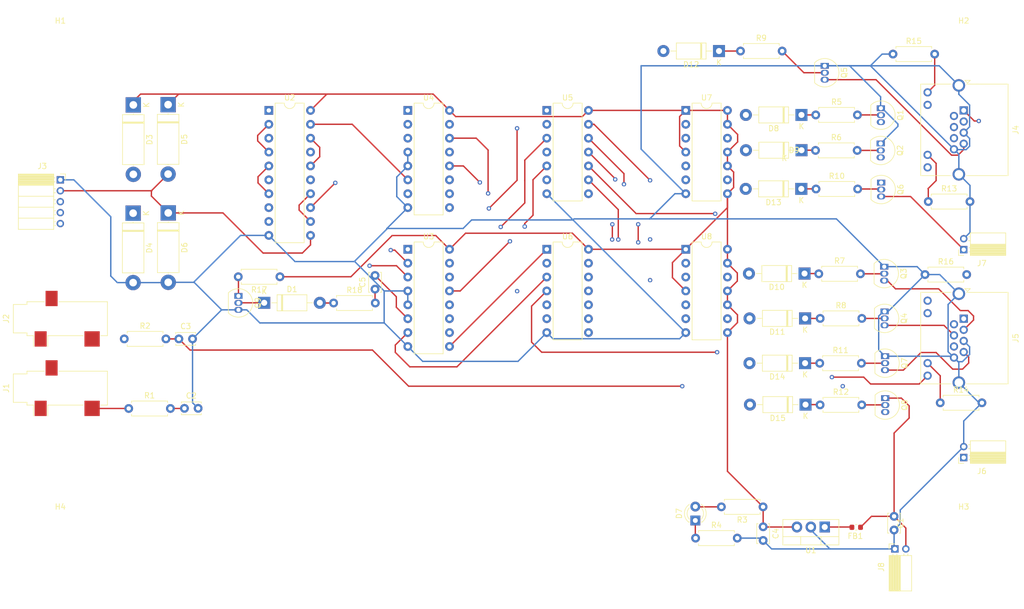
<source format=kicad_pcb>
(kicad_pcb (version 20211014) (generator pcbnew)
  (layers (0 "F.Cu" signal) (1 "In1.Cu" signal) (2 "In2.Cu" signal) (31 "B.Cu" signal) (34 "B.Paste" user) (35 "F.Paste" user) (36 "B.SilkS" user "B.Silkscreen") (37 "F.SilkS" user "F.Silkscreen") (38 "B.Mask" user) (39 "F.Mask" user) (44 "Edge.Cuts" user))
  (net 0 "")
  (net 1 "+12V")
  (net 2 "GND")
  (net 3 "Audio_RPi_Radio1")
  (net 4 "Audio_RPi_Radio2")
  (net 5 "+5V")
  (net 6 "/Data Input")
  (net 7 "/Clock Pulse")
  (net 8 "Net-(D7-Pad1)")
  (net 9 "Net-(D7-Pad2)")
  (net 10 "Net-(D8-Pad1)")
  (net 11 "Net-(D8-Pad2)")
  (net 12 "Net-(D9-Pad1)")
  (net 13 "Net-(D9-Pad2)")
  (net 14 "Net-(D10-Pad1)")
  (net 15 "Net-(D10-Pad2)")
  (net 16 "Net-(D11-Pad1)")
  (net 17 "Net-(D11-Pad2)")
  (net 18 "Net-(D12-Pad1)")
  (net 19 "Net-(D12-Pad2)")
  (net 20 "Net-(D13-Pad1)")
  (net 21 "Net-(D13-Pad2)")
  (net 22 "Net-(D14-Pad1)")
  (net 23 "Net-(D14-Pad2)")
  (net 24 "Net-(D15-Pad1)")
  (net 25 "Net-(D15-Pad2)")
  (net 26 "Net-(FB1-Pad2)")
  (net 28 "Net-(J1-PadT)")
  (net 30 "Net-(J2-PadT)")
  (net 31 "SPI_RPi_Radio2")
  (net 32 "SPI_RPi_Radio1")
  (net 34 "/Radio1 Frequency Down")
  (net 35 "/Radio1 Frequency Up")
  (net 36 "/Radio1 PTT")
  (net 37 "Net-(J4-Pad9)")
  (net 38 "Net-(J4-Pad11)")
  (net 40 "/Radio2 Frequency Down")
  (net 41 "/Radio2 Frequency Up")
  (net 42 "Net-(C5-Pad1)")
  (net 43 "Net-(J5-Pad9)")
  (net 44 "Net-(J5-Pad11)")
  (net 45 "/Radio2 Fan")
  (net 46 "/Radio1 Fan")
  (net 47 "Net-(Q1-Pad2)")
  (net 48 "Net-(Q2-Pad2)")
  (net 49 "Net-(Q3-Pad2)")
  (net 50 "Net-(Q4-Pad2)")
  (net 51 "Net-(Q5-Pad2)")
  (net 52 "Net-(Q6-Pad2)")
  (net 53 "Net-(Q7-Pad2)")
  (net 54 "Net-(Q8-Pad2)")
  (net 55 "Net-(U2-Pad2)")
  (net 56 "Net-(U2-Pad5)")
  (net 57 "Net-(U2-Pad6)")
  (net 58 "Net-(U2-Pad13)")
  (net 59 "Net-(U2-Pad12)")
  (net 60 "Net-(U2-Pad15)")
  (net 61 "Net-(U2-Pad16)")
  (net 62 "Net-(U4-Pad6)")
  (net 63 "Net-(U3-Pad7)")
  (net 64 "Net-(U3-Pad9)")
  (net 65 "Net-(D1-Pad1)")
  (net 66 "Net-(D1-Pad2)")
  (net 67 "Net-(J5-Pad7)")
  (net 68 "Net-(U2-Pad1)")
  (net 69 "Net-(U3-Pad10)")
  (net 70 "Net-(U3-Pad15)")
  (net 75 "Net-(U4-Pad12)")
  (net 76 "Net-(U4-Pad13)")
  (net 77 "Net-(U4-Pad14)")
  (net 78 "Net-(U4-Pad15)")
  (net 79 "Net-(U5-Pad2)")
  (net 80 "Net-(U5-Pad4)")
  (net 81 "Net-(U5-Pad10)")
  (net 82 "Net-(U5-Pad12)")
  (net 91 "Net-(U3-Pad11)")
  (net 92 "Net-(U3-Pad12)")
  (net 93 "Net-(U3-Pad13)")
  (net 94 "Net-(U3-Pad14)")
  (footprint "Resistor_THT:R_Axial_DIN0207_L6.3mm_D2.5mm_P7.62mm_Horizontal" (layer "F.Cu") (at 234.826018 54.774866)
    (fp_text reference "R13")
    (fp_text value "1k")
  )
  (footprint "Resistor_THT:R_Axial_DIN0207_L6.3mm_D2.5mm_P7.62mm_Horizontal" (layer "F.Cu") (at 214.302123 52.47646)
    (fp_text reference "R10")
    (fp_text value "1k")
  )
  (footprint "Resistor_THT:R_Axial_DIN0207_L6.3mm_D2.5mm_P7.62mm_Horizontal" (layer "F.Cu") (at 214.983185 84.342123)
    (fp_text reference "R11")
    (fp_text value "1k")
  )
  (footprint "LED_THT:LED_D3.0mm" (layer "F.Cu") (at 192.247241 113.103261 90)
    (fp_text reference "D7")
    (fp_text value "GREEN")
  )
  (footprint "Resistor_THT:R_Axial_DIN0207_L6.3mm_D2.5mm_P7.62mm_Horizontal" (layer "F.Cu") (at 204.626717 110.614562 180)
    (fp_text reference "R3")
    (fp_text value "270")
  )
  (footprint "Diode_THT:D_DO-41_SOD81_P10.16mm_Horizontal" (layer "F.Cu") (at 212.206548 67.94 180)
    (fp_text reference "D10")
    (fp_text value "1N4001")
  )
  (footprint "Connector_PinSocket_2.00mm:PinSocket_1x02_P2.00mm_Horizontal" (layer "F.Cu") (at 228.724709 118.313453 90)
    (fp_text reference "J8")
    (fp_text value "Conn_01x02_Female")
  )
  (footprint "Resistor_THT:R_Axial_DIN0207_L6.3mm_D2.5mm_P7.62mm_Horizontal" (layer "F.Cu") (at 116.334513 68.52938 180)
    (fp_text reference "R17")
    (fp_text value "500")
  )
  (footprint "Resistor_THT:R_Axial_DIN0207_L6.3mm_D2.5mm_P7.62mm_Horizontal" (layer "F.Cu") (at 200.500484 27.240578)
    (fp_text reference "R9")
    (fp_text value "1k")
  )
  (footprint "Package_TO_SOT_THT:TO-92_Inline" (layer "F.Cu") (at 226.164624 37.697827 -90)
    (fp_text reference "Q1")
    (fp_text value "2N7000")
  )
  (footprint "Package_DIP:DIP-20_W7.62mm" (layer "F.Cu") (at 114.3 38.1)
    (fp_text reference "U2")
    (fp_text value "74LS273")
  )
  (footprint "Package_TO_SOT_THT:TO-92_Inline" (layer "F.Cu") (at 215.9 29.940101 -90)
    (fp_text reference "Q5")
    (fp_text value "2N7000")
  )
  (footprint "MountingHole:MountingHole_2.7mm_M2.5" (layer "F.Cu") (at 76.2 25.4)
    (fp_text reference "H1")
    (fp_text value "MountingHole")
  )
  (footprint "Package_TO_SOT_THT:TO-220-3_Vertical" (layer "F.Cu") (at 215.9 114.3 180)
    (fp_text reference "U1")
    (fp_text value "L7805")
  )
  (footprint "MountingHole:MountingHole_2.7mm_M2.5" (layer "F.Cu") (at 241.3 114.3)
    (fp_text reference "H3")
    (fp_text value "MountingHole")
  )
  (footprint "Diode_THT:D_DO-41_SOD81_P10.16mm_Horizontal" (layer "F.Cu") (at 211.657733 45.379325 180)
    (fp_text reference "D9")
    (fp_text value "1N4001")
  )
  (footprint "Resistor_THT:R_Axial_DIN0207_L6.3mm_D2.5mm_P7.62mm_Horizontal" (layer "F.Cu") (at 228.37292 27.796814)
    (fp_text reference "R15")
    (fp_text value "1k")
  )
  (footprint "MountingHole:MountingHole_2.7mm_M2.5" (layer "F.Cu") (at 76.2 114.3)
    (fp_text reference "H4")
    (fp_text value "MountingHole")
  )
  (footprint "Diode_THT:D_DO-41_SOD81_P10.16mm_Horizontal" (layer "F.Cu") (at 212.304778 84.333451 180)
    (fp_text reference "D14")
    (fp_text value "1N4001")
  )
  (footprint "Package_TO_SOT_THT:TO-92_Inline" (layer "F.Cu") (at 108.749908 72.037431 -90)
    (fp_text reference "Q9")
    (fp_text value "2N7000")
  )
  (footprint "Diode_THT:D_DO-41_SOD81_P10.16mm_Horizontal" (layer "F.Cu") (at 212.389911 91.912389 180)
    (fp_text reference "D15")
    (fp_text value "1N4001")
  )
  (footprint "Resistor_THT:R_Axial_DIN0207_L6.3mm_D2.5mm_P7.62mm_Horizontal" (layer "F.Cu") (at 215.061769 76.14761)
    (fp_text reference "R8")
    (fp_text value "1k")
  )
  (footprint "Package_DIP:DIP-16_W7.62mm" (layer "F.Cu") (at 139.7 63.5)
    (fp_text reference "U3")
    (fp_text value "74LS138")
  )
  (footprint "Resistor_THT:R_Axial_DIN0207_L6.3mm_D2.5mm_P7.62mm_Horizontal" (layer "F.Cu") (at 87.878407 79.893451)
    (fp_text reference "R2")
    (fp_text value "3k")
  )
  (footprint "Capacitor_THT:C_Disc_D3.4mm_W2.1mm_P2.50mm" (layer "F.Cu") (at 97.858584 79.893451)
    (fp_text reference "C3")
    (fp_text value "1n")
  )
  (footprint "Capacitor_THT:C_Disc_D3.4mm_W2.1mm_P2.50mm" (layer "F.Cu") (at 98.880177 92.593451)
    (fp_text reference "C2")
    (fp_text value "1n")
  )
  (footprint "Package_TO_SOT_THT:TO-92_Inline" (layer "F.Cu") (at 226.125344 44.157283 -90)
    (fp_text reference "Q2")
    (fp_text value "2N7000")
  )
  (footprint "Resistor_THT:R_Axial_DIN0207_L6.3mm_D2.5mm_P7.62mm_Horizontal" (layer "F.Cu") (at 234.227433 68.125486)
    (fp_text reference "R16")
    (fp_text value "1k")
  )
  (footprint "Package_DIP:DIP-14_W7.62mm" (layer "F.Cu") (at 165.1 38.1)
    (fp_text reference "U5")
    (fp_text value "74LS04")
  )
  (footprint "Diode_THT:D_5W_P12.70mm_Horizontal" (layer "F.Cu") (at 95.893982 37.047787 -90)
    (fp_text reference "D5")
    (fp_text value "D_Schottky")
  )
  (footprint "Package_DIP:DIP-14_W7.62mm" (layer "F.Cu") (at 190.5 38.1)
    (fp_text reference "U7")
    (fp_text value "74LS107")
  )
  (footprint "Resistor_THT:R_Axial_DIN0207_L6.3mm_D2.5mm_P7.62mm_Horizontal" (layer "F.Cu") (at 214.212206 45.412994)
    (fp_text reference "R6")
    (fp_text value "1k")
  )
  (footprint "Diode_THT:D_DO-41_SOD81_P10.16mm_Horizontal" (layer "F.Cu") (at 113.458643 73.290367)
    (fp_text reference "D1")
    (fp_text value "1N4001")
  )
  (footprint "Connector_PinSocket_2.00mm:PinSocket_1x02_P2.00mm_Horizontal" (layer "F.Cu") (at 241.3 63.571109 180)
    (fp_text reference "J7")
    (fp_text value "Conn_01x02_Female")
  )
  (footprint "Diode_THT:D_DO-41_SOD81_P10.16mm_Horizontal" (layer "F.Cu") (at 212.311327 76.14761 180)
    (fp_text reference "D11")
    (fp_text value "1N4001")
  )
  (footprint "Package_TO_SOT_THT:TO-92_Inline" (layer "F.Cu") (at 226.921416 83.065132 -90)
    (fp_text reference "Q7")
    (fp_text value "2N7000")
  )
  (footprint "Package_TO_SOT_THT:TO-92_Inline" (layer "F.Cu") (at 226.952035 90.727079 -90)
    (fp_text reference "Q8")
    (fp_text value "2N7000")
  )
  (footprint "Diode_THT:D_5W_P12.70mm_Horizontal" (layer "F.Cu") (at 89.537344 37.095751 -90)
    (fp_text reference "D3")
    (fp_text value "D_Schottky")
  )
  (footprint "Resistor_THT:R_Axial_DIN0207_L6.3mm_D2.5mm_P7.62mm_Horizontal" (layer "F.Cu") (at 88.695491 92.622059)
    (fp_text reference "R1")
    (fp_text value "3k")
  )
  (footprint "Resistor_THT:R_Axial_DIN0207_L6.3mm_D2.5mm_P7.62mm_Horizontal" (layer "F.Cu") (at 214.808495 67.987964)
    (fp_text reference "R7")
    (fp_text value "1k")
  )
  (footprint "Connector_PinSocket_2.00mm:PinSocket_1x02_P2.00mm_Horizontal" (layer "F.Cu") (at 241.3 101.6 180)
    (fp_text reference "J6")
    (fp_text value "Conn_01x02_Female")
  )
  (footprint "Package_TO_SOT_THT:TO-92_Inline" (layer "F.Cu") (at 226.834159 74.872743 -90)
    (fp_text reference "Q4")
    (fp_text value "2N7000")
  )
  (footprint "Resistor_THT:R_Axial_DIN0207_L6.3mm_D2.5mm_P7.62mm_Horizontal" (layer "F.Cu") (at 214.255861 38.926687)
    (fp_text reference "R5")
    (fp_text value "1k")
  )
  (footprint "Package_DIP:DIP-16_W7.62mm" (layer "F.Cu") (at 139.7 38.1)
    (fp_text reference "U4")
    (fp_text value "74LS138")
  )
  (footprint "Connector_PinSocket_2.00mm:PinSocket_1x05_P2.00mm_Horizontal" (layer "F.Cu") (at 76.2 50.8)
    (fp_text reference "J3")
    (fp_text value "Conn_01x05_Female")
  )
  (footprint "Connector_Audio:Jack_3.5mm_CUI_SJ-3523-SMT_Horizontal" (layer "F.Cu") (at 76.2 76.2 90)
    (fp_text reference "J2")
    (fp_text value "AudioJack2_Grounded")
  )
  (footprint "Diode_THT:D_DO-41_SOD81_P10.16mm_Horizontal" (layer "F.Cu") (at 196.573902 27.240585 180)
    (fp_text reference "D12")
    (fp_text value "1N4001")
  )
  (footprint "Inductor_SMD:L_0603_1608Metric" (layer "F.Cu") (at 221.653713 114.352032 180)
    (fp_text reference "FB1")
    (fp_text value "FerriteBead")
  )
  (footprint "Diode_THT:D_5W_P12.70mm_Horizontal" (layer "F.Cu") (at 89.498052 56.898937 -90)
    (fp_text reference "D4")
    (fp_text value "D_Schottky")
  )
  (footprint "Package_DIP:DIP-14_W7.62mm" (layer "F.Cu") (at 165.1 63.5)
    (fp_text reference "U6")
    (fp_text value "74AHC04")
  )
  (footprint "Capacitor_THT:C_Disc_D3.4mm_W2.1mm_P2.50mm" (layer "F.Cu") (at 204.64389 114.260975 -90)
    (fp_text reference "C4")
    (fp_text value "0.1u")
  )
  (footprint "Diode_THT:D_5W_P12.70mm_Horizontal" (layer "F.Cu") (at 95.920177 56.846548 -90)
    (fp_text reference "D6")
    (fp_text value "D_Schottky")
  )
  (footprint "Package_TO_SOT_THT:TO-92_Inline" (layer "F.Cu") (at 226.209516 51.305031 -90)
    (fp_text reference "Q6")
    (fp_text value "2N7000")
  )
  (footprint "Diode_THT:D_DO-41_SOD81_P10.16mm_Horizontal" (layer "F.Cu") (at 211.617168 52.450265 180)
    (fp_text reference "D13")
    (fp_text value "1N4001")
  )
  (footprint "Capacitor_THT:C_Disc_D3.4mm_W2.1mm_P2.50mm" (layer "F.Cu") (at 133.712141 70.792826 90)
    (fp_text reference "C5")
    (fp_text value "100m")
  )
  (footprint "Resistor_THT:R_Axial_DIN0207_L6.3mm_D2.5mm_P7.62mm_Horizontal" (layer "F.Cu") (at 192.295107 116.329252)
    (fp_text reference "R4")
    (fp_text value "1k")
  )
  (footprint "Capacitor_THT:C_Disc_D3.4mm_W2.1mm_P2.50mm" (layer "F.Cu") (at 228.573983 112.348795 -90)
    (fp_text reference "C1")
    (fp_text value "0.33u")
  )
  (footprint "Resistor_THT:R_Axial_DIN0207_L6.3mm_D2.5mm_P7.62mm_Horizontal" (layer "F.Cu") (at 237.008495 91.58053)
    (fp_text reference "R14")
    (fp_text value "1k")
  )
  (footprint "Resistor_THT:R_Axial_DIN0207_L6.3mm_D2.5mm_P7.62mm_Horizontal" (layer "F.Cu") (at 126.14147 73.329391)
    (fp_text reference "R18")
    (fp_text value "500")
  )
  (footprint "Package_DIP:DIP-14_W7.62mm" (layer "F.Cu") (at 190.5 63.5)
    (fp_text reference "U8")
    (fp_text value "74LS107")
  )
  (footprint "Diode_THT:D_DO-41_SOD81_P10.16mm_Horizontal" (layer "F.Cu") (at 211.645614 38.926687 180)
    (fp_text reference "D8")
    (fp_text value "1N4001")
  )
  (footprint "Connector_RJ:RJ45_Amphenol_RJHSE538X" (layer "F.Cu") (at 241.3 76.2 -90)
    (fp_text reference "J5")
    (fp_text value "8PRJ45_LED_Shielded_Radio2")
  )
  (footprint "Package_TO_SOT_THT:TO-92_Inline" (layer "F.Cu") (at 226.77292 66.682654 -90)
    (fp_text reference "Q3")
    (fp_text value "2N7000")
  )
  (footprint "Connector_RJ:RJ45_Amphenol_RJHSE538X" (layer "F.Cu") (at 241.3 38.1 -90)
    (fp_text reference "J4")
    (fp_text value "8PRJ45_LED_Shielded_Radio1")
  )
  (footprint "Connector_Audio:Jack_3.5mm_CUI_SJ-3523-SMT_Horizontal" (layer "F.Cu") (at 76.2 88.9 90)
    (fp_text reference "J1")
    (fp_text value "AudioJack1_Grounded")
  )
  (footprint "MountingHole:MountingHole_2.7mm_M2.5" (layer "F.Cu") (at 241.3 25.4)
    (fp_text reference "H2")
    (fp_text value "MountingHole")
  )
  (footprint "Resistor_THT:R_Axial_DIN0207_L6.3mm_D2.5mm_P7.62mm_Horizontal" (layer "F.Cu") (at 215.044247 91.964778)
    (fp_text reference "R12")
    (fp_text value "1k")
  )
  (segment (start 230.724709 114.499521) (end 228.573983 112.348795) (width 0.25) (layer "F.Cu") (net 1))
  (segment (start 230.724709 118.313453) (end 230.724709 114.499521) (width 0.25) (layer "F.Cu") (net 1))
  (segment (start 231.324247 92.143716) (end 229.90761 90.727079) (width 0.25) (layer "F.Cu") (net 1))
  (segment (start 228.573983 97.120529) (end 231.324247 94.370265) (width 0.25) (layer "F.Cu") (net 1))
  (segment (start 229.90761 90.727079) (end 226.952035 90.727079) (width 0.25) (layer "F.Cu") (net 1))
  (segment (start 228.573983 112.348795) (end 228.573983 97.120529) (width 0.25) (layer "F.Cu") (net 1))
  (segment (start 224.44445 112.348795) (end 222.441213 114.352032) (width 0.25) (layer "F.Cu") (net 1))
  (segment (start 231.324247 94.370265) (end 231.324247 92.143716) (width 0.25) (layer "F.Cu") (net 1))
  (segment (start 228.573983 112.348795) (end 224.44445 112.348795) (width 0.25) (layer "F.Cu") (net 1))
  (segment (start 100.643721 69.459464) (end 100.643721 69.546548) (width 0.25) (layer "B.Cu") (net 2))
  (segment (start 78.662301 50.8) (end 85.416106 57.553805) (width 0.25) (layer "B.Cu") (net 2))
  (segment (start 135.883863 59.696137) (end 139.7 55.88) (width 0.25) (layer "B.Cu") (net 2))
  (segment (start 226.391388 27.796814) (end 224.248101 29.940101) (width 0.25) (layer "B.Cu") (net 2))
  (segment (start 226.389624 37.697827) (end 226.164624 37.697827) (width 0.25) (layer "B.Cu") (net 2))
  (segment (start 239.52 45.212) (end 224.248101 29.940101) (width 0.25) (layer "B.Cu") (net 2))
  (segment (start 240.41 84.202) (end 239.52 83.312) (width 0.25) (layer "B.Cu") (net 2))
  (segment (start 76.2 50.8) (end 78.662301 50.8) (width 0.25) (layer "B.Cu") (net 2))
  (segment (start 240.41 49.79) (end 242.446018 51.826018) (width 0.25) (layer "B.Cu") (net 2))
  (segment (start 85.416106 57.553805) (end 85.416106 68.398407) (width 0.25) (layer "B.Cu") (net 2))
  (segment (start 228.573983 114.848795) (end 228.573983 118.162727) (width 0.25) (layer "B.Cu") (net 2))
  (segment (start 244.10053 91.58053) (end 244.628495 91.58053) (width 0.25) (layer "B.Cu") (net 2))
  (segment (start 236.905486 68.125486) (end 240.41 71.63) (width 0.25) (layer "B.Cu") (net 2))
  (segment (start 135.883863 59.696137) (end 135.883863 59.790243) (width 0.25) (layer "B.Cu") (net 2))
  (segment (start 241.3 94.909025) (end 244.628495 91.58053) (width 0.25) (layer "B.Cu") (net 2))
  (segment (start 139.7 73.66) (end 139.7 71.12) (width 0.25) (layer "B.Cu") (net 2))
  (segment (start 95.920177 69.546548) (end 100.643721 69.546548) (width 0.25) (layer "B.Cu") (net 2))
  (segment (start 142.421592 84.001592) (end 159.838408 84.001592) (width 0.25) (layer "B.Cu") (net 2))
  (segment (start 89.498052 69.598937) (end 95.867788 69.598937) (width 0.25) (layer "B.Cu") (net 2))
  (segment (start 189.375 79.865) (end 190.5 78.74) (width 0.25) (layer "B.Cu") (net 2))
  (segment (start 242.375 37.121345) (end 242.375 41.089) (width 0.25) (layer "B.Cu") (net 2))
  (segment (start 228.37292 27.796814) (end 226.391388 27.796814) (width 0.25) (layer "B.Cu") (net 2))
  (segment (start 239.273132 83.065132) (end 239.52 83.312) (width 0.25) (layer "B.Cu") (net 2))
  (segment (start 228.573983 118.162727) (end 228.724709 118.313453) (width 0.25) (layer "B.Cu") (net 2))
  (segment (start 190.5 53.34) (end 182.340101 45.180101) (width 0.25) (layer "B.Cu") (net 2))
  (segment (start 135.365061 76.968377) (end 135.376719 76.956719) (width 0.25) (layer "B.Cu") (net 2))
  (segment (start 159.838408 84.001592) (end 165.1 78.74) (width 0.25) (layer "B.Cu") (net 2))
  (segment (start 149.80276 59.696137) (end 135.883863 59.696137) (width 0.25) (layer "B.Cu") (net 2))
  (segment (start 216.843559 118.313453) (end 228.724709 118.313453) (width 0.25) (layer "B.Cu") (net 2))
  (segment (start 242.375 43.239) (end 242.375 44.64128) (width 0.25) (layer "B.Cu") (net 2))
  (segment (start 170.090027 57.937362) (end 183.914818 57.937362) (width 0.25) (layer "B.Cu") (net 2))
  (segment (start 234.227433 68.125486) (end 236.905486 68.125486) (width 0.25) (layer "B.Cu") (net 2))
  (segment (start 240.41 49.79) (end 240.41 46.102) (width 0.25) (layer "B.Cu") (net 2))
  (segment (start 213.36 114.3) (end 213.36 114.829894) (width 0.25) (layer "B.Cu") (net 2))
  (segment (start 229.698983 113.723795) (end 229.698983 111.201017) (width 0.25) (layer "B.Cu") (net 2))
  (segment (start 229.273375 41.009252) (end 229.273375 40.581578) (width 0.25) (layer "B.Cu") (net 2))
  (segment (start 139.7 48.26) (end 137.683008 50.276992) (width 0.25) (layer "B.Cu") (net 2))
  (segment (start 139.7 81.28) (end 142.421592 84.001592) (width 0.25) (layer "B.Cu") (net 2))
  (segment (start 135.376719 71.12) (end 129.965412 65.708693) (width 0.25) (layer "B.Cu") (net 2))
  (segment (start 86.616636 69.598937) (end 89.498052 69.598937) (width 0.25) (layer "B.Cu") (net 2))
  (segment (start 100.358584 91.571858) (end 101.380177 92.593451) (width 0.25) (layer "B.Cu") (net 2))
  (segment (start 239.579 45.271) (end 239.52 45.212) (width 0.25) (layer "B.Cu") (net 2))
  (segment (start 239.52 83.312) (end 238.445 82.237) (width 0.25) (layer "B.Cu") (net 2))
  (segment (start 226.921416 83.065132) (end 239.273132 83.065132) (width 0.25) (layer "B.Cu") (net 2))
  (segment (start 112.658466 76.968377) (end 135.365061 76.968377) (width 0.25) (layer "B.Cu") (net 2))
  (segment (start 114.3 60.96) (end 109.143185 60.96) (width 0.25) (layer "B.Cu") (net 2))
  (segment (start 240.41 87.89) (end 240.41 84.202) (width 0.25) (layer "B.Cu") (net 2))
  (segment (start 183.914818 57.937362) (end 218.027628 57.937362) (width 0.25) (layer "B.Cu") (net 2))
  (segment (start 110.26752 74.577431) (end 112.658466 76.968377) (width 0.25) (layer "B.Cu") (net 2))
  (segment (start 238.445 82.237) (end 238.445 73.595) (width 0.25) (layer "B.Cu") (net 2))
  (segment (start 109.143185 60.96) (end 100.643721 69.459464) (width 0.25) (layer "B.Cu") (net 2))
  (segment (start 85.416106 68.398407) (end 86.616636 69.598937) (width 0.25) (layer "B.Cu") (net 2))
  (segment (start 100.358584 79.893451) (end 100.358584 91.571858) (width 0.25) (layer "B.Cu") (net 2))
  (segment (start 238.445 73.595) (end 240.41 71.63) (width 0.25) (layer "B.Cu") (net 2))
  (segment (start 135.883863 59.790243) (end 129.965412 65.708693) (width 0.25) (layer "B.Cu") (net 2))
  (segment (start 137.683008 53.863008) (end 139.7 55.88) (width 0.25) (layer "B.Cu") (net 2))
  (segment (start 100.643721 69.546548) (end 105.674604 74.577431) (width 0.25) (layer "B.Cu") (net 2))
  (segment (start 226.609159 74.872743) (end 225.759159 75.722743) (width 0.25) (layer "B.Cu") (net 2))
  (segment (start 139.7 81.28) (end 135.376719 76.956719) (width 0.25) (layer "B.Cu") (net 2))
  (segment (start 240.41 87.89) (end 244.10053 91.58053) (width 0.25) (layer "B.Cu") (net 2))
  (segment (start 241.05428 84.062) (end 242.375 82.74128) (width 0.25) (layer "B.Cu") (net 2))
  (segment (start 129.92451 65.749596) (end 119.089596 65.749596) (width 0.25) (layer "B.Cu") (net 2))
  (segment (start 226.110148 37.643351) (end 226.110148 35.610148) (width 0.25) (layer "B.Cu") (net 2))
  (segment (start 242.375 82.74128) (end 242.375 81.339) (width 0.25) (layer "B.Cu") (net 2))
  (segment (start 242.446018 60.425091) (end 241.3 61.571109) (width 0.25) (layer "B.Cu") (net 2))
  (segment (start 240.41 35.156345) (end 242.375 37.121345) (width 0.25) (layer "B.Cu") (net 2))
  (segment (start 240.27 84.062) (end 241.05428 84.062) (width 0.25) (layer "B.Cu") (net 2))
  (segment (start 182.340101 45.180101) (end 182.340101 29.940101) (width 0.25) (layer "B.Cu") (net 2))
  (segment (start 240.41 33.53) (end 240.41 35.156345) (width 0.25) (layer "B.Cu") (net 2))
  (segment (start 135.376719 76.956719) (end 135.376719 71.12) (width 0.25) (layer "B.Cu") (net 2))
  (segment (start 108.749908 74.577431) (end 110.26752 74.577431) (width 0.25) (layer "B.Cu") (net 2))
  (segment (start 226.125344 44.157283) (end 229.273375 41.009252) (width 0.25) (layer "B.Cu") (net 2))
  (segment (start 190.5 78.74) (end 176.53 64.77) (width 0.25) (layer "B.Cu") (net 2))
  (segment (start 228.573983 114.848795) (end 229.698983 113.723795) (width 0.25) (layer "B.Cu") (net 2))
  (segment (start 225.759159 81.902875) (end 226.921416 83.065132) (width 0.25) (layer "B.Cu") (net 2))
  (segment (start 226.834159 74.872743) (end 227.480176 74.872743) (width 0.25) (layer "B.Cu") (net 2))
  (segment (start 242.375 44.64128) (end 241.74528 45.271) (width 0.25) (layer "B.Cu") (net 2))
  (segment (start 206.196368 118.313453) (end 216.843559 118.313453) (width 0.25) (layer "B.Cu") (net 2))
  (segment (start 240.41 33.53) (end 236.820101 29.940101) (width 0.25) (layer "B.Cu") (net 2))
  (segment (start 204.212167 116.329252) (end 204.64389 116.760975) (width 0.25) (layer "B.Cu") (net 2))
  (segment (start 137.683008 50.276992) (end 137.683008 53.863008) (width 0.25) (layer "B.Cu") (net 2))
  (segment (start 151.365203 58.133694) (end 149.80276 59.696137) (width 0.25) (layer "B.Cu") (net 2))
  (segment (start 227.480176 74.872743) (end 234.227433 68.125486) (width 0.25) (layer "B.Cu") (net 2))
  (segment (start 236.820101 29.940101) (end 215.777294 29.940101) (width 0.25) (layer "B.Cu") (net 2))
  (segment (start 166.225 79.865) (end 189.375 79.865) (width 0.25) (layer "B.Cu") (net 2))
  (segment (start 241.74528 45.271) (end 239.579 45.271) (width 0.25) (layer "B.Cu") (net 2))
  (segment (start 204.64389 116.760975) (end 206.196368 118.313453) (width 0.25) (layer "B.Cu") (net 2))
  (segment (start 139.7 45.72) (end 139.7 48.26) (width 0.25) (layer "B.Cu") (net 2))
  (segment (start 224.248101 29.940101) (end 220.440101 29.940101) (width 0.25) (layer "B.Cu") (net 2))
  (segment (start 242.446018 54.774866) (end 242.446018 60.425091) (width 0.25) (layer "B.Cu") (net 2))
  (segment (start 232.784601 66.682654) (end 234.227433 68.125486) (width 0.25) (layer "B.Cu") (net 2))
  (segment (start 226.834159 74.872743) (end 226.609159 74.872743) (width 0.25) (layer "B.Cu") (net 2))
  (segment (start 226.110148 35.610148) (end 220.440101 29.940101) (width 0.25) (layer "B.Cu") (net 2))
  (segment (start 169.893695 58.133694) (end 151.365203 58.133694) (width 0.25) (layer "B.Cu") (net 2))
  (segment (start 239.52 83.312) (end 240.27 84.062) (width 0.25) (layer "B.Cu") (net 2))
  (segment (start 129.965412 65.708693) (end 129.92451 65.749596) (width 0.25) (layer "B.Cu") (net 2))
  (segment (start 188.51218 53.34) (end 183.914818 57.937362) (width 0.25) (layer "B.Cu") (net 2))
  (segment (start 169.893695 58.133694) (end 165.1 53.34) (width 0.25) (layer "B.Cu") (net 2))
  (segment (start 213.36 114.829894) (end 216.843559 118.313453) (width 0.25) (layer "B.Cu") (net 2))
  (segment (start 241.3 42.164) (end 242.375 43.239) (width 0.25) (layer "B.Cu") (net 2))
  (segment (start 229.273375 40.581578) (end 226.389624 37.697827) (width 0.25) (layer "B.Cu") (net 2))
  (segment (start 119.089596 65.749596) (end 114.3 60.96) (width 0.25) (layer "B.Cu") (net 2))
  (segment (start 169.893695 58.133694) (end 170.090027 57.937362) (width 0.25) (layer "B.Cu") (net 2))
  (segment (start 226.77292 66.682654) (end 232.784601 66.682654) (width 0.25) (layer "B.Cu") (net 2))
  (segment (start 220.440101 29.940101) (end 215.777294 29.940101) (width 0.25) (layer "B.Cu") (net 2))
  (segment (start 199.915107 116.329252) (end 204.212167 116.329252) (width 0.25) (layer "B.Cu") (net 2))
  (segment (start 215.777294 29.940101) (end 182.340101 29.940101) (width 0.25) (layer "B.Cu") (net 2))
  (segment (start 190.5 53.34) (end 188.51218 53.34) (width 0.25) (layer "B.Cu") (net 2))
  (segment (start 105.674604 74.577431) (end 100.358584 79.893451) (width 0.25) (layer "B.Cu") (net 2))
  (segment (start 218.027628 57.937362) (end 226.77292 66.682654) (width 0.25) (layer "B.Cu") (net 2))
  (segment (start 108.749908 74.577431) (end 105.674604 74.577431) (width 0.25) (layer "B.Cu") (net 2))
  (segment (start 95.867788 69.598937) (end 95.920177 69.546548) (width 0.25) (layer "B.Cu") (net 2))
  (segment (start 225.759159 75.722743) (end 225.759159 81.902875) (width 0.25) (layer "B.Cu") (net 2))
  (segment (start 139.7 71.12) (end 135.376719 71.12) (width 0.25) (layer "B.Cu") (net 2))
  (segment (start 241.3 99.6) (end 241.3 94.909025) (width 0.25) (layer "B.Cu") (net 2))
  (segment (start 242.375 81.339) (end 241.3 80.264) (width 0.25) (layer "B.Cu") (net 2))
  (segment (start 229.698983 111.201017) (end 241.3 99.6) (width 0.25) (layer "B.Cu") (net 2))
  (segment (start 165.1 78.74) (end 166.225 79.865) (width 0.25) (layer "B.Cu") (net 2))
  (segment (start 240.41 46.102) (end 239.52 45.212) (width 0.25) (layer "B.Cu") (net 2))
  (segment (start 176.53 64.77) (end 169.893695 58.133694) (width 0.25) (layer "B.Cu") (net 2))
  (segment (start 242.375 41.089) (end 241.3 42.164) (width 0.25) (layer "B.Cu") (net 2))
  (segment (start 242.446018 51.826018) (end 242.446018 54.774866) (width 0.25) (layer "B.Cu") (net 2))
  (segment (start 226.164624 37.697827) (end 226.110148 37.643351) (width 0.25) (layer "B.Cu") (net 2))
  (segment (start 96.315491 92.622059) (end 98.851569 92.622059) (width 0.25) (layer "F.Cu") (net 3))
  (segment (start 98.851569 92.622059) (end 98.880177 92.593451) (width 0.25) (layer "F.Cu") (net 3))
  (segment (start 139.85292 88.546371) (end 189.853982 88.546371) (width 0.25) (layer "F.Cu") (net 4))
  (segment (start 99.90177 81.936637) (end 133.243186 81.936637) (width 0.25) (layer "F.Cu") (net 4))
  (segment (start 97.858584 79.893451) (end 99.90177 81.936637) (width 0.25) (layer "F.Cu") (net 4))
  (segment (start 95.498407 79.893451) (end 97.858584 79.893451) (width 0.25) (layer "F.Cu") (net 4))
  (segment (start 133.243186 81.936637) (end 139.85292 88.546371) (width 0.25) (layer "F.Cu") (net 4))
  (via (at 219.191858 88.546371) (size 0.8) (drill 0.4) (layers "F.Cu" "B.Cu") (net 4))
  (via (at 189.853982 88.546371) (size 0.8) (drill 0.4) (layers "F.Cu" "B.Cu") (net 4))
  (segment (start 199.978053 42.498053) (end 198.12 40.64) (width 0.25) (layer "F.Cu") (net 5))
  (segment (start 190.5 38.1) (end 198.12 38.1) (width 0.25) (layer "F.Cu") (net 5))
  (segment (start 116.334513 68.52938) (end 129.298052 68.52938) (width 0.25) (layer "F.Cu") (net 5))
  (segment (start 188.066353 68.686353) (end 188.066353 65.933647) (width 0.25) (layer "F.Cu") (net 5))
  (segment (start 198.12 45.72) (end 199.978053 43.861947) (width 0.25) (layer "F.Cu") (net 5))
  (segment (start 190.5 63.5) (end 198.12 55.88) (width 0.25) (layer "F.Cu") (net 5))
  (segment (start 198.12 45.72) (end 198.12 48.26) (width 0.25) (layer "F.Cu") (net 5))
  (segment (start 199.951036 76.908964) (end 198.12 78.74) (width 0.25) (layer "F.Cu") (net 5))
  (segment (start 95.893982 37.047787) (end 97.827964 35.113805) (width 0.25) (layer "F.Cu") (net 5))
  (segment (start 89.537344 37.095751) (end 89.537344 36.432736) (width 0.25) (layer "F.Cu") (net 5))
  (segment (start 198.12 71.12) (end 199.925663 69.314337) (width 0.25) (layer "F.Cu") (net 5))
  (segment (start 129.298052 68.52938) (end 136.841238 60.986194) (width 0.25) (layer "F.Cu") (net 5))
  (segment (start 204.64389 110.631735) (end 204.626717 110.614562) (width 0.25) (layer "F.Cu") (net 5))
  (segment (start 199.925663 69.314337) (end 199.925663 67.845663) (width 0.25) (layer "F.Cu") (net 5))
  (segment (start 147.32 38.1) (end 148.445 39.225) (width 0.25) (layer "F.Cu") (net 5))
  (segment (start 198.12 73.66) (end 198.12 71.12) (width 0.25) (layer "F.Cu") (net 5))
  (segment (start 189.375 44.595) (end 190.5 45.72) (width 0.25) (layer "F.Cu") (net 5))
  (segment (start 172.72 38.1) (end 190.5 38.1) (width 0.25) (layer "F.Cu") (net 5))
  (segment (start 198.12 104.107845) (end 204.626717 110.614562) (width 0.25) (layer "F.Cu") (net 5))
  (segment (start 169.786194 60.566194) (end 172.72 63.5) (width 0.25) (layer "F.Cu") (net 5))
  (segment (start 198.12 55.88) (end 198.12 53.34) (width 0.25) (layer "F.Cu") (net 5))
  (segment (start 199.978053 43.861947) (end 199.978053 42.498053) (width 0.25) (layer "F.Cu") (net 5))
  (segment (start 144.806194 60.986194) (end 147.32 63.5) (width 0.25) (layer "F.Cu") (net 5))
  (segment (start 124.906195 35.113805) (end 144.333805 35.113805) (width 0.25) (layer "F.Cu") (net 5))
  (segment (start 199.245 49.385) (end 199.245 52.215) (width 0.25) (layer "F.Cu") (net 5))
  (segment (start 198.12 38.1) (end 198.12 40.64) (width 0.25) (layer "F.Cu") (net 5))
  (segment (start 144.333805 35.113805) (end 147.32 38.1) (width 0.25) (layer "F.Cu") (net 5))
  (segment (start 89.537344 36.432736) (end 90.856275 35.113805) (width 0.25) (layer "F.Cu") (net 5))
  (segment (start 199.951036 75.491036) (end 199.951036 76.908964) (width 0.25) (layer "F.Cu") (net 5))
  (segment (start 172.72 63.5) (end 190.5 63.5) (width 0.25) (layer "F.Cu") (net 5))
  (segment (start 136.841238 60.986194) (end 144.806194 60.986194) (width 0.25) (layer "F.Cu") (net 5))
  (segment (start 198.12 63.5) (end 198.12 66.04) (width 0.25) (layer "F.Cu") (net 5))
  (segment (start 147.32 63.5) (end 150.253806 60.566194) (width 0.25) (layer "F.Cu") (net 5))
  (segment (start 148.445 39.225) (end 171.595 39.225) (width 0.25) (layer "F.Cu") (net 5))
  (segment (start 171.595 39.225) (end 172.72 38.1) (width 0.25) (layer "F.Cu") (net 5))
  (segment (start 90.856275 35.113805) (end 97.827964 35.113805) (width 0.25) (layer "F.Cu") (net 5))
  (segment (start 97.827964 35.113805) (end 124.906195 35.113805) (width 0.25) (layer "F.Cu") (net 5))
  (segment (start 198.12 53.34) (end 198.12 63.5) (width 0.25) (layer "F.Cu") (net 5))
  (segment (start 199.245 52.215) (end 198.12 53.34) (width 0.25) (layer "F.Cu") (net 5))
  (segment (start 121.92 38.1) (end 124.906195 35.113805) (width 0.25) (layer "F.Cu") (net 5))
  (segment (start 190.5 38.1) (end 189.375 39.225) (width 0.25) (layer "F.Cu") (net 5))
  (segment (start 189.375 39.225) (end 189.375 44.595) (width 0.25) (layer "F.Cu") (net 5))
  (segment (start 198.12 48.26) (end 199.245 49.385) (width 0.25) (layer "F.Cu") (net 5))
  (segment (start 204.64389 114.260975) (end 204.64389 110.631735) (width 0.25) (layer "F.Cu") (net 5))
  (segment (start 198.12 73.66) (end 199.951036 75.491036) (width 0.25) (layer "F.Cu") (net 5))
  (segment (start 188.066353 65.933647) (end 190.5 63.5) (width 0.25) (layer "F.Cu") (net 5))
  (segment (start 190.5 71.12) (end 188.066353 68.686353) (width 0.25) (layer "F.Cu") (net 5))
  (segment (start 150.253806 60.566194) (end 169.786194 60.566194) (width 0.25) (layer "F.Cu") (net 5))
  (segment (start 199.925663 67.845663) (end 198.12 66.04) (width 0.25) (layer "F.Cu") (net 5))
  (segment (start 204.682915 114.3) (end 204.64389 114.260975) (width 0.25) (layer "F.Cu") (net 5))
  (segment (start 210.82 114.3) (end 204.682915 114.3) (width 0.25) (layer "F.Cu") (net 5))
  (segment (start 198.12 78.74) (end 198.12 104.107845) (width 0.25) (layer "F.Cu") (net 5))
  (segment (start 95.920177 56.846548) (end 105.913274 56.846548) (width 0.25) (layer "F.Cu") (net 7))
  (segment (start 113.256637 64.189911) (end 120.433982 64.189911) (width 0.25) (layer "F.Cu") (net 7))
  (segment (start 92.868496 52.773274) (end 92.912213 52.816991) (width 0.25) (layer "F.Cu") (net 7))
  (segment (start 92.841769 52.8) (end 92.841769 53.76814) (width 0.25) (layer "F.Cu") (net 7))
  (segment (start 120.433982 64.189911) (end 121.92 62.703893) (width 0.25) (layer "F.Cu") (net 7))
  (segment (start 92.841769 52.8) (end 92.868496 52.773274) (width 0.25) (layer "F.Cu") (net 7))
  (segment (start 121.92 62.703893) (end 121.92 60.96) (width 0.25) (layer "F.Cu") (net 7))
  (segment (start 92.868496 52.773274) (end 95.893982 49.747787) (width 0.25) (layer "F.Cu") (net 7))
  (segment (start 76.2 52.8) (end 92.841769 52.8) (width 0.25) (layer "F.Cu") (net 7))
  (segment (start 92.841769 53.76814) (end 95.920177 56.846548) (width 0.25) (layer "F.Cu") (net 7))
  (segment (start 105.913274 56.846548) (end 113.256637 64.189911) (width 0.25) (layer "F.Cu") (net 7))
  (segment (start 192.247241 116.281386) (end 192.295107 116.329252) (width 0.25) (layer "F.Cu") (net 8))
  (segment (start 192.247241 113.103261) (end 192.247241 116.281386) (width 0.25) (layer "F.Cu") (net 8))
  (segment (start 192.28594 110.614562) (end 192.247241 110.575863) (width 0.25) (layer "F.Cu") (net 9))
  (segment (start 197.006717 110.614562) (end 192.28594 110.614562) (width 0.25) (layer "F.Cu") (net 9))
  (segment (start 192.247241 110.575863) (end 192.247241 110.563261) (width 0.25) (layer "F.Cu") (net 9))
  (segment (start 211.645614 38.926687) (end 214.255861 38.926687) (width 0.25) (layer "F.Cu") (net 10))
  (segment (start 214.178537 45.379325) (end 214.212206 45.412994) (width 0.25) (layer "F.Cu") (net 12))
  (segment (start 211.657733 45.379325) (end 214.178537 45.379325) (width 0.25) (layer "F.Cu") (net 12))
  (segment (start 214.760531 67.94) (end 214.808495 67.987964) (width 0.25) (layer "F.Cu") (net 14))
  (segment (start 212.206548 67.94) (end 214.760531 67.94) (width 0.25) (layer "F.Cu") (net 14))
  (segment (start 212.311327 76.14761) (end 215.061769 76.14761) (width 0.25) (layer "F.Cu") (net 16))
  (segment (start 162.318937 73.901063) (end 162.318937 80.482831) (width 0.25) (layer "F.Cu") (net 17))
  (segment (start 165.1 71.12) (end 162.318937 73.901063) (width 0.25) (layer "F.Cu") (net 17))
  (segment (start 162.318937 80.482831) (end 164.165663 82.329557) (width 0.25) (layer "F.Cu") (net 17))
  (segment (start 164.165663 82.329557) (end 196.227964 82.329557) (width 0.25) (layer "F.Cu") (net 17))
  (via (at 196.227964 82.329557) (size 0.8) (drill 0.4) (layers "F.Cu" "B.Cu") (net 17))
  (segment (start 200.500477 27.240585) (end 200.500484 27.240578) (width 0.25) (layer "F.Cu") (net 18))
  (segment (start 196.573902 27.240585) (end 200.500477 27.240585) (width 0.25) (layer "F.Cu") (net 18))
  (segment (start 214.275928 52.450265) (end 214.302123 52.47646) (width 0.25) (layer "F.Cu") (net 20))
  (segment (start 211.617168 52.450265) (end 214.275928 52.450265) (width 0.25) (layer "F.Cu") (net 20))
  (segment (start 212.304778 84.333451) (end 214.974513 84.333451) (width 0.25) (layer "F.Cu") (net 22))
  (segment (start 214.974513 84.333451) (end 214.983185 84.342123) (width 0.25) (layer "F.Cu") (net 22))
  (segment (start 212.389911 91.912389) (end 214.991858 91.912389) (width 0.25) (layer "F.Cu") (net 24))
  (segment (start 214.991858 91.912389) (end 215.044247 91.964778) (width 0.25) (layer "F.Cu") (net 24))
  (segment (start 220.814181 114.3) (end 215.9 114.3) (width 0.25) (layer "F.Cu") (net 26))
  (segment (start 220.866213 114.352032) (end 220.814181 114.3) (width 0.25) (layer "F.Cu") (net 26))
  (segment (start 88.695491 92.622059) (end 82.022059 92.622059) (width 0.25) (layer "F.Cu") (net 28))
  (segment (start 82.022059 92.622059) (end 82 92.6) (width 0.25) (layer "F.Cu") (net 28))
  (segment (start 224.278408 88.144778) (end 233.175222 88.144778) (width 0.25) (layer "F.Cu") (net 31))
  (segment (start 223.021063 86.887433) (end 224.278408 88.144778) (width 0.25) (layer "F.Cu") (net 31))
  (segment (start 217.205842 86.887433) (end 223.021063 86.887433) (width 0.25) (layer "F.Cu") (net 31))
  (segment (start 233.175222 88.144778) (end 234.7 86.62) (width 0.25) (layer "F.Cu") (net 31))
  (via (at 217.205842 86.887433) (size 0.8) (drill 0.4) (layers "F.Cu" "B.Cu") (net 31))
  (segment (start 243.233982 40.033982) (end 241.3 38.1) (width 0.25) (layer "F.Cu") (net 32))
  (segment (start 244.054867 40.033982) (end 243.233982 40.033982) (width 0.25) (layer "F.Cu") (net 32))
  (via (at 244.054867 40.033982) (size 0.8) (drill 0.4) (layers "F.Cu" "B.Cu") (net 32))
  (segment (start 225.267821 32.480101) (end 239.07472 46.287) (width 0.25) (layer "F.Cu") (net 36))
  (segment (start 241.3 45.25666) (end 241.3 44.196) (width 0.25) (layer "F.Cu") (net 36))
  (segment (start 240.26966 46.287) (end 241.3 45.25666) (width 0.25) (layer "F.Cu") (net 36))
  (segment (start 239.07472 46.287) (end 240.26966 46.287) (width 0.25) (layer "F.Cu") (net 36))
  (segment (start 215.777294 32.480101) (end 225.267821 32.480101) (width 0.25) (layer "F.Cu") (net 36))
  (segment (start 235.99292 27.796814) (end 235.99292 33.50708) (width 0.25) (layer "F.Cu") (net 37))
  (segment (start 235.99292 33.50708) (end 234.7 34.8) (width 0.25) (layer "F.Cu") (net 37))
  (segment (start 236.253156 47.783156) (end 236.253156 50.939704) (width 0.25) (layer "F.Cu") (net 38))
  (segment (start 236.253156 50.939704) (end 234.786253 52.406607) (width 0.25) (layer "F.Cu") (net 38))
  (segment (start 234.826018 54.774866) (end 234.826018 52.446372) (width 0.25) (layer "F.Cu") (net 38))
  (segment (start 234.7 46.23) (end 236.253156 47.783156) (width 0.25) (layer "F.Cu") (net 38))
  (segment (start 234.826018 52.446372) (end 234.786253 52.406607) (width 0.25) (layer "F.Cu") (net 38))
  (segment (start 242.098997 74.715634) (end 243.094395 75.711032) (width 0.25) (layer "F.Cu") (net 40))
  (segment (start 243.094395 76.437605) (end 241.3 78.232) (width 0.25) (layer "F.Cu") (net 40))
  (segment (start 243.094395 75.711032) (end 243.094395 76.437605) (width 0.25) (layer "F.Cu") (net 40))
  (segment (start 226.77292 69.222654) (end 227.32292 69.222654) (width 0.25) (layer "F.Cu") (net 40))
  (segment (start 236.70289 70.734041) (end 240.684483 74.715634) (width 0.25) (layer "F.Cu") (net 40))
  (segment (start 240.684483 74.715634) (end 242.098997 74.715634) (width 0.25) (layer "F.Cu") (net 40))
  (segment (start 227.32292 69.222654) (end 228.834307 70.734041) (width 0.25) (layer "F.Cu") (net 40))
  (segment (start 228.834307 70.734041) (end 236.70289 70.734041) (width 0.25) (layer "F.Cu") (net 40))
  (segment (start 237.684743 77.412743) (end 239.52 79.248) (width 0.25) (layer "F.Cu") (net 41))
  (segment (start 226.834159 77.412743) (end 237.684743 77.412743) (width 0.25) (layer "F.Cu") (net 41))
  (segment (start 133.712141 73.280062) (end 133.76147 73.329391) (width 0.25) (layer "F.Cu") (net 42))
  (segment (start 133.712141 70.792826) (end 133.712141 73.280062) (width 0.25) (layer "F.Cu") (net 42))
  (segment (start 234.7 84.33) (end 237.008495 86.638495) (width 0.25) (layer "F.Cu") (net 44))
  (segment (start 237.008495 86.638495) (end 237.008495 91.58053) (width 0.25) (layer "F.Cu") (net 44))
  (segment (start 231.573922 53.845031) (end 241.3 63.571109) (width 0.25) (layer "F.Cu") (net 46))
  (segment (start 226.209516 53.845031) (end 231.573922 53.845031) (width 0.25) (layer "F.Cu") (net 46))
  (segment (start 221.875861 38.926687) (end 226.123484 38.926687) (width 0.25) (layer "F.Cu") (net 47))
  (segment (start 226.123484 38.926687) (end 226.164624 38.967827) (width 0.25) (layer "F.Cu") (net 47))
  (segment (start 226.111055 45.412994) (end 226.125344 45.427283) (width 0.25) (layer "F.Cu") (net 48))
  (segment (start 221.832206 45.412994) (end 226.111055 45.412994) (width 0.25) (layer "F.Cu") (net 48))
  (segment (start 222.428495 67.987964) (end 226.73761 67.987964) (width 0.25) (layer "F.Cu") (net 49))
  (segment (start 226.73761 67.987964) (end 226.77292 67.952654) (width 0.25) (layer "F.Cu") (net 49))
  (segment (start 226.829292 76.14761) (end 226.834159 76.142743) (width 0.25) (layer "F.Cu") (net 50))
  (segment (start 222.681769 76.14761) (end 226.829292 76.14761) (width 0.25) (layer "F.Cu") (net 50))
  (segment (start 212.090007 31.210101) (end 215.777294 31.210101) (width 0.25) (layer "F.Cu") (net 51))
  (segment (start 208.120484 27.240578) (end 212.090007 31.210101) (width 0.25) (layer "F.Cu") (net 51))
  (segment (start 226.110945 52.47646) (end 226.209516 52.575031) (width 0.25) (layer "F.Cu") (net 52))
  (segment (start 221.922123 52.47646) (end 226.110945 52.47646) (width 0.25) (layer "F.Cu") (net 52))
  (segment (start 222.603185 84.342123) (end 226.914425 84.342123) (width 0.25) (layer "F.Cu") (net 53))
  (segment (start 226.914425 84.342123) (end 226.921416 84.335132) (width 0.25) (layer "F.Cu") (net 53))
  (segment (start 226.919734 91.964778) (end 226.952035 91.997079) (width 0.25) (layer "F.Cu") (net 54))
  (segment (start 222.664247 91.964778) (end 226.919734 91.964778) (width 0.25) (layer "F.Cu") (net 54))
  (segment (start 112.256814 42.683186) (end 112.256814 43.676814) (width 0.25) (layer "F.Cu") (net 55))
  (segment (start 112.256814 43.676814) (end 114.3 45.72) (width 0.25) (layer "F.Cu") (net 55))
  (segment (start 114.3 40.64) (end 112.256814 42.683186) (width 0.25) (layer "F.Cu") (net 55))
  (segment (start 136.578584 63.657168) (end 137.317168 63.657168) (width 0.25) (layer "F.Cu") (net 56))
  (segment (start 112.326666 50.233334) (end 112.326666 51.366666) (width 0.25) (layer "F.Cu") (net 56))
  (segment (start 114.3 48.26) (end 112.326666 50.233334) (width 0.25) (layer "F.Cu") (net 56))
  (segment (start 137.317168 63.657168) (end 139.7 66.04) (width 0.25) (layer "F.Cu") (net 56))
  (segment (start 112.326666 51.366666) (end 114.3 53.34) (width 0.25) (layer "F.Cu") (net 56))
  (via (at 136.578584 63.657168) (size 0.8) (drill 0.4) (layers "F.Cu" "B.Cu") (net 56))
  (segment (start 137.632389 66.512389) (end 139.7 68.58) (width 0.25) (layer "F.Cu") (net 57))
  (segment (start 132.714867 66.512389) (end 137.632389 66.512389) (width 0.25) (layer "F.Cu") (net 57))
  (via (at 132.714867 66.512389) (size 0.8) (drill 0.4) (layers "F.Cu" "B.Cu") (net 57))
  (segment (start 139.7 38.1) (end 139.490441 38.1) (width 0.25) (layer "F.Cu") (net 58))
  (segment (start 121.92 55.88) (end 126.449912 51.350088) (width 0.25) (layer "F.Cu") (net 58))
  (via (at 126.449912 51.350088) (size 0.8) (drill 0.4) (layers "F.Cu" "B.Cu") (net 58))
  (segment (start 121.92 58.42) (end 119.836194 56.336194) (width 0.25) (layer "F.Cu") (net 59))
  (segment (start 119.836194 56.336194) (end 119.836194 55.423805) (width 0.25) (layer "F.Cu") (net 59))
  (segment (start 121.92 53.34) (end 119.836194 55.423805) (width 0.25) (layer "F.Cu") (net 59))
  (segment (start 123.599115 44.859115) (end 123.599115 46.580885) (width 0.25) (layer "F.Cu") (net 61))
  (segment (start 121.92 43.18) (end 123.599115 44.859115) (width 0.25) (layer "F.Cu") (net 61))
  (segment (start 123.599115 46.580885) (end 121.92 48.26) (width 0.25) (layer "F.Cu") (net 61))
  (segment (start 121.92 40.64) (end 129.54 40.64) (width 0.25) (layer "F.Cu") (net 62))
  (segment (start 129.54 40.64) (end 139.7 50.8) (width 0.25) (layer "F.Cu") (net 62))
  (segment (start 139.7 76.2) (end 137.604424 74.104424) (width 0.25) (layer "F.Cu") (net 62))
  (segment (start 137.604424 72.185109) (end 133.712141 68.292826) (width 0.25) (layer "F.Cu") (net 62))
  (segment (start 137.604424 74.104424) (end 137.604424 72.185109) (width 0.25) (layer "F.Cu") (net 62))
  (segment (start 139.7 78.74) (end 137.416636 81.023364) (width 0.25) (layer "F.Cu") (net 63))
  (segment (start 137.416636 81.023364) (end 137.416636 82.355751) (width 0.25) (layer "F.Cu") (net 63))
  (segment (start 137.416636 82.355751) (end 140.062301 85.001416) (width 0.25) (layer "F.Cu") (net 63))
  (segment (start 148.678584 85.001416) (end 165.1 68.58) (width 0.25) (layer "F.Cu") (net 63))
  (segment (start 140.062301 85.001416) (end 148.678584 85.001416) (width 0.25) (layer "F.Cu") (net 63))
  (segment (start 147.32 81.28) (end 165.1 63.5) (width 0.25) (layer "F.Cu") (net 64))
  (segment (start 108.766972 73.290367) (end 108.749908 73.307431) (width 0.25) (layer "F.Cu") (net 65))
  (segment (start 113.458643 73.290367) (end 108.766972 73.290367) (width 0.25) (layer "F.Cu") (net 65))
  (segment (start 123.657667 73.329391) (end 123.618643 73.290367) (width 0.25) (layer "F.Cu") (net 66))
  (segment (start 126.14147 73.329391) (end 123.657667 73.329391) (width 0.25) (layer "F.Cu") (net 66))
  (segment (start 239.287432 85.424838) (end 241.086135 85.424838) (width 0.25) (layer "F.Cu") (net 67))
  (segment (start 226.921416 85.605132) (end 230.270796 85.605132) (width 0.25) (layer "F.Cu") (net 67))
  (segment (start 242.203775 84.307198) (end 242.203775 83.199775) (width 0.25) (layer "F.Cu") (net 67))
  (segment (start 233.489675 82.386253) (end 236.248847 82.386253) (width 0.25) (layer "F.Cu") (net 67))
  (segment (start 242.203775 83.199775) (end 241.3 82.296) (width 0.25) (layer "F.Cu") (net 67))
  (segment (start 241.086135 85.424838) (end 242.203775 84.307198) (width 0.25) (layer "F.Cu") (net 67))
  (segment (start 230.270796 85.605132) (end 233.489675 82.386253) (width 0.25) (layer "F.Cu") (net 67))
  (segment (start 236.248847 82.386253) (end 239.287432 85.424838) (width 0.25) (layer "F.Cu") (net 67))
  (segment (start 108.749908 72.037431) (end 108.749908 68.564775) (width 0.25) (layer "F.Cu") (net 68))
  (segment (start 108.749908 68.564775) (end 108.714513 68.52938) (width 0.25) (layer "F.Cu") (net 68))
  (segment (start 173.730266 40.64) (end 172.72 40.64) (width 0.25) (layer "F.Cu") (net 69))
  (segment (start 183.977522 50.887256) (end 173.730266 40.64) (width 0.25) (layer "F.Cu") (net 69))
  (via (at 183.98115 69.148406) (size 0.8) (drill 0.4) (layers "F.Cu" "B.Cu") (net 69))
  (via (at 183.98115 61.696194) (size 0.8) (drill 0.4) (layers "F.Cu" "B.Cu") (net 69))
  (via (at 183.977522 50.887256) (size 0.8) (drill 0.4) (layers "F.Cu" "B.Cu") (net 69))
  (segment (start 154.521769 56.034513) (end 159.669026 50.887256) (width 0.25) (layer "F.Cu") (net 70))
  (segment (start 159.669026 50.887256) (end 159.669026 41.378583) (width 0.25) (layer "F.Cu") (net 70))
  (via (at 159.669026 41.378583) (size 0.8) (drill 0.4) (layers "F.Cu" "B.Cu") (net 70))
  (via (at 154.521769 56.034513) (size 0.8) (drill 0.4) (layers "F.Cu" "B.Cu") (net 70))
  (segment (start 177.08407 61.67593) (end 177.045487 61.714513) (width 0.25) (layer "F.Cu") (net 75))
  (segment (start 147.32 48.26) (end 149.86 48.26) (width 0.25) (layer "F.Cu") (net 75))
  (segment (start 177.08407 58.937876) (end 177.08407 61.67593) (width 0.25) (layer "F.Cu") (net 75))
  (segment (start 149.86 48.26) (end 152.871504 51.271504) (width 0.25) (layer "F.Cu") (net 75))
  (via (at 177.045487 61.714513) (size 0.8) (drill 0.4) (layers "F.Cu" "B.Cu") (net 75))
  (via (at 152.871504 51.271504) (size 0.8) (drill 0.4) (layers "F.Cu" "B.Cu") (net 75))
  (via (at 177.08407 58.937876) (size 0.8) (drill 0.4) (layers "F.Cu" "B.Cu") (net 75))
  (segment (start 147.32 43.18) (end 152.206195 43.18) (width 0.25) (layer "F.Cu") (net 77))
  (segment (start 152.206195 43.18) (end 154.373274 45.347079) (width 0.25) (layer "F.Cu") (net 77))
  (segment (start 154.373274 45.347079) (end 154.373274 53.28407) (width 0.25) (layer "F.Cu") (net 77))
  (via (at 159.677699 71.161947) (size 0.8) (drill 0.4) (layers "F.Cu" "B.Cu") (net 77))
  (via (at 154.373274 53.28407) (size 0.8) (drill 0.4) (layers "F.Cu" "B.Cu") (net 77))
  (segment (start 172.72 48.26) (end 181.428849 56.968849) (width 0.25) (layer "F.Cu") (net 81))
  (segment (start 181.428849 56.968849) (end 195.835044 56.968849) (width 0.25) (layer "F.Cu") (net 81))
  (segment (start 195.835044 56.968849) (end 195.874336 57.008141) (width 0.25) (layer "F.Cu") (net 81))
  (via (at 195.874336 57.008141) (size 0.8) (drill 0.4) (layers "F.Cu" "B.Cu") (net 81))
  (segment (start 179.205663 49.665663) (end 172.72 43.18) (width 0.25) (layer "F.Cu") (net 82))
  (segment (start 179.205663 51.602137) (end 179.205663 49.665663) (width 0.25) (layer "F.Cu") (net 82))
  (via (at 179.205663 51.602137) (size 0.8) (drill 0.4) (layers "F.Cu" "B.Cu") (net 82))
  (segment (start 177.603539 50.603539) (end 177.603539 50.721415) (width 0.25) (layer "F.Cu") (net 91))
  (segment (start 181.807787 58.933451) (end 181.807787 62.233982) (width 0.25) (layer "F.Cu") (net 91))
  (segment (start 172.72 45.72) (end 177.603539 50.603539) (width 0.25) (layer "F.Cu") (net 91))
  (via (at 177.603539 50.721415) (size 0.8) (drill 0.4) (layers "F.Cu" "B.Cu") (net 91))
  (via (at 181.807787 58.933451) (size 0.8) (drill 0.4) (layers "F.Cu" "B.Cu") (net 91))
  (via (at 181.807787 62.233982) (size 0.8) (drill 0.4) (layers "F.Cu" "B.Cu") (net 91))
  (segment (start 178.166201 56.246201) (end 178.166201 61.723185) (width 0.25) (layer "F.Cu") (net 92))
  (segment (start 172.72 50.8) (end 178.166201 56.246201) (width 0.25) (layer "F.Cu") (net 92))
  (via (at 178.166201 61.723185) (size 0.8) (drill 0.4) (layers "F.Cu" "B.Cu") (net 92))
  (segment (start 162.585309 57.270088) (end 161.066017 58.78938) (width 0.25) (layer "F.Cu") (net 93))
  (segment (start 158.367964 62.037522) (end 149.285486 71.12) (width 0.25) (layer "F.Cu") (net 93))
  (segment (start 149.285486 71.12) (end 147.32 71.12) (width 0.25) (layer "F.Cu") (net 93))
  (segment (start 161.066017 58.78938) (end 161.066017 59.339469) (width 0.25) (layer "F.Cu") (net 93))
  (segment (start 165.1 48.26) (end 162.585309 50.774691) (width 0.25) (layer "F.Cu") (net 93))
  (segment (start 162.585309 50.774691) (end 162.585309 57.270088) (width 0.25) (layer "F.Cu") (net 93))
  (via (at 161.066017 59.339469) (size 0.8) (drill 0.4) (layers "F.Cu" "B.Cu") (net 93))
  (via (at 158.367964 62.037522) (size 0.8) (drill 0.4) (layers "F.Cu" "B.Cu") (net 93))
  (via (at 161.066017 59.339469) (size 0.8) (drill 0.4) (layers "F.Cu" "B.Cu") (net 93))
  (segment (start 161.083539 50.926548) (end 161.083539 55.01292) (width 0.25) (layer "F.Cu") (net 94))
  (segment (start 161.083539 47.196461) (end 161.083539 50.926548) (width 0.25) (layer "F.Cu") (net 94))
  (segment (start 165.1 43.18) (end 161.083539 47.196461) (width 0.25) (layer "F.Cu") (net 94))
  (segment (start 161.083539 55.01292) (end 156.682831 59.413628) (width 0.25) (layer "F.Cu") (net 94))
  (via (at 156.682831 59.413628) (size 0.8) (drill 0.4) (layers "F.Cu" "B.Cu") (net 94))
)
</source>
